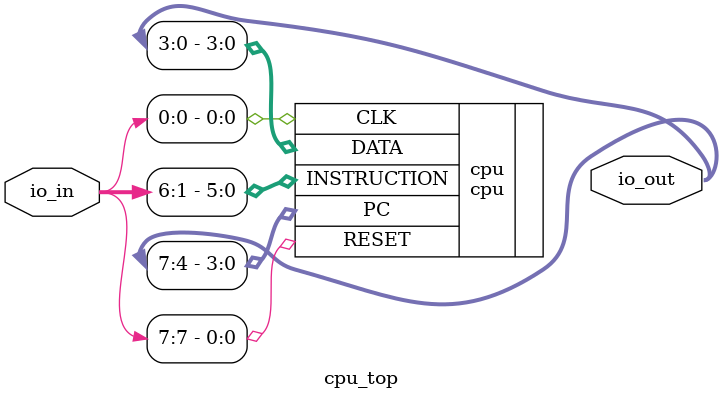
<source format=v>
module cpu_top (
	input [7:0] io_in,
	output [7:0] io_out
);
	
	cpu cpu(.INSTRUCTION(io_in[6:1]), .CLK(io_in[0]), .RESET(io_in[7]), 
		.PC(io_out[7:4]), .DATA(io_out[3:0])
  );
	
endmodule

</source>
